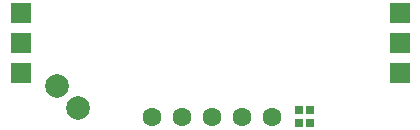
<source format=gbs>
%FSTAX44Y44*%
%MOMM*%
%SFA1B1*%

%IPPOS*%
%ADD23R,0.699999X0.649999*%
%ADD36R,1.799996X1.799996*%
%ADD42C,1.599997*%
%ADD43C,1.999996*%
%LNpcb1-1*%
%LPD*%
G54D23*
X01182739Y00431414D03*
X01192239D03*
X01182739Y00419984D03*
X01192239D03*
G54D36*
X01267949Y0051308D03*
Y0048768D03*
Y0046228D03*
X00946929D03*
Y0048768D03*
Y0051308D03*
G54D42*
X0115951Y0042545D03*
X0113411D03*
X0110871D03*
X0108331D03*
X0105791D03*
G54D43*
X00995769Y00432979D03*
X00977809Y00450939D03*
M02*
</source>
